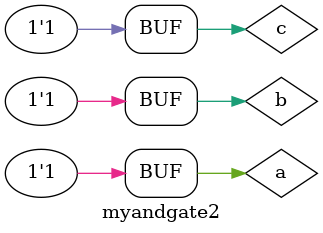
<source format=v>
module myandgate (o1 , in1 , in2 );

output o1 ;
input in1 , in2;

assign o1 = in1 & in2;

endmodule 


module testmodule1 ;

reg a,b ;
wire c ;

initial
begin

$monitor (" %b  %b  %b ",a,b,c);

#10
a = 0;
b = 0;

#10
a = 1;
b = 0;

#10
a = 0;
b = 1;

#10
a = 1;
b = 1;

end

myandgate g1 (c,a,b);


endmodule 

module secondtestmodule ( in1 , o1 , o2);

input in1;
output o1 , o2;
reg o1 , o2;

initial
begin

$monitor (" %b %b %b",o1,o2,in1);
#10
o1 = 0;
o2 = 0;

#10
o1 = 1;
o2 = 0;

#10
o1 = 0;
o2 = 1;

#10
o1 = 1;
o2 = 1;

end 

endmodule 

module testbench ;

myandgate f1(w1,w2,w3);

secondtestmodule e1 (w1,w2,w3);

endmodule 

module myandgate2 ;

reg a,b;
wire c;

assign c = a & b;

initial 
begin 

$monitor (" in1 = %b   in2 = %b   o = %b ",a,b,c);

#10
a = 0;
b = 0;

#10
a = 1;
b = 0;

#10
a = 0;
b = 1;

#10
a = 1;
b = 1;

end 

endmodule 
</source>
